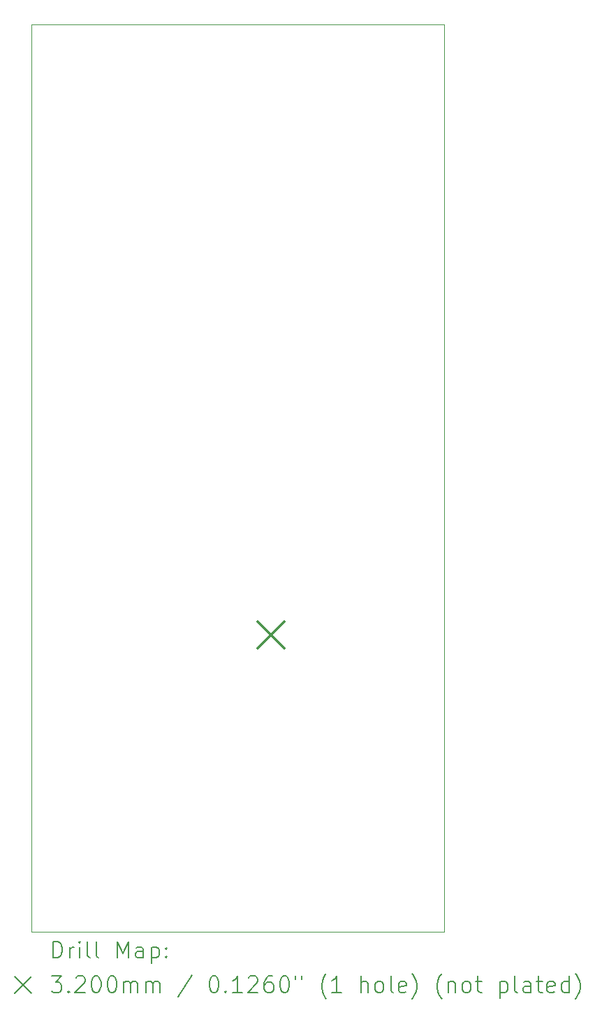
<source format=gbr>
%TF.GenerationSoftware,KiCad,Pcbnew,8.0.6-8.0.6-0~ubuntu22.04.1*%
%TF.CreationDate,2025-01-13T21:54:26+00:00*%
%TF.ProjectId,Basic_VCA,42617369-635f-4564-9341-2e6b69636164,rev?*%
%TF.SameCoordinates,Original*%
%TF.FileFunction,Drillmap*%
%TF.FilePolarity,Positive*%
%FSLAX45Y45*%
G04 Gerber Fmt 4.5, Leading zero omitted, Abs format (unit mm)*
G04 Created by KiCad (PCBNEW 8.0.6-8.0.6-0~ubuntu22.04.1) date 2025-01-13 21:54:26*
%MOMM*%
%LPD*%
G01*
G04 APERTURE LIST*
%ADD10C,0.050000*%
%ADD11C,0.200000*%
%ADD12C,0.320000*%
G04 APERTURE END LIST*
D10*
X5450000Y-3650000D02*
X10450000Y-3650000D01*
X5450000Y-3650000D02*
X5450000Y-14650000D01*
X5450000Y-14650000D02*
X10450000Y-14650000D01*
X10450000Y-3650000D02*
X10450000Y-14650000D01*
D11*
D12*
X8190000Y-10890000D02*
X8510000Y-11210000D01*
X8510000Y-10890000D02*
X8190000Y-11210000D01*
D11*
X5708277Y-14963984D02*
X5708277Y-14763984D01*
X5708277Y-14763984D02*
X5755896Y-14763984D01*
X5755896Y-14763984D02*
X5784467Y-14773508D01*
X5784467Y-14773508D02*
X5803515Y-14792555D01*
X5803515Y-14792555D02*
X5813039Y-14811603D01*
X5813039Y-14811603D02*
X5822562Y-14849698D01*
X5822562Y-14849698D02*
X5822562Y-14878269D01*
X5822562Y-14878269D02*
X5813039Y-14916365D01*
X5813039Y-14916365D02*
X5803515Y-14935412D01*
X5803515Y-14935412D02*
X5784467Y-14954460D01*
X5784467Y-14954460D02*
X5755896Y-14963984D01*
X5755896Y-14963984D02*
X5708277Y-14963984D01*
X5908277Y-14963984D02*
X5908277Y-14830650D01*
X5908277Y-14868746D02*
X5917801Y-14849698D01*
X5917801Y-14849698D02*
X5927324Y-14840174D01*
X5927324Y-14840174D02*
X5946372Y-14830650D01*
X5946372Y-14830650D02*
X5965420Y-14830650D01*
X6032086Y-14963984D02*
X6032086Y-14830650D01*
X6032086Y-14763984D02*
X6022562Y-14773508D01*
X6022562Y-14773508D02*
X6032086Y-14783031D01*
X6032086Y-14783031D02*
X6041610Y-14773508D01*
X6041610Y-14773508D02*
X6032086Y-14763984D01*
X6032086Y-14763984D02*
X6032086Y-14783031D01*
X6155896Y-14963984D02*
X6136848Y-14954460D01*
X6136848Y-14954460D02*
X6127324Y-14935412D01*
X6127324Y-14935412D02*
X6127324Y-14763984D01*
X6260658Y-14963984D02*
X6241610Y-14954460D01*
X6241610Y-14954460D02*
X6232086Y-14935412D01*
X6232086Y-14935412D02*
X6232086Y-14763984D01*
X6489229Y-14963984D02*
X6489229Y-14763984D01*
X6489229Y-14763984D02*
X6555896Y-14906841D01*
X6555896Y-14906841D02*
X6622562Y-14763984D01*
X6622562Y-14763984D02*
X6622562Y-14963984D01*
X6803515Y-14963984D02*
X6803515Y-14859222D01*
X6803515Y-14859222D02*
X6793991Y-14840174D01*
X6793991Y-14840174D02*
X6774943Y-14830650D01*
X6774943Y-14830650D02*
X6736848Y-14830650D01*
X6736848Y-14830650D02*
X6717801Y-14840174D01*
X6803515Y-14954460D02*
X6784467Y-14963984D01*
X6784467Y-14963984D02*
X6736848Y-14963984D01*
X6736848Y-14963984D02*
X6717801Y-14954460D01*
X6717801Y-14954460D02*
X6708277Y-14935412D01*
X6708277Y-14935412D02*
X6708277Y-14916365D01*
X6708277Y-14916365D02*
X6717801Y-14897317D01*
X6717801Y-14897317D02*
X6736848Y-14887793D01*
X6736848Y-14887793D02*
X6784467Y-14887793D01*
X6784467Y-14887793D02*
X6803515Y-14878269D01*
X6898753Y-14830650D02*
X6898753Y-15030650D01*
X6898753Y-14840174D02*
X6917801Y-14830650D01*
X6917801Y-14830650D02*
X6955896Y-14830650D01*
X6955896Y-14830650D02*
X6974943Y-14840174D01*
X6974943Y-14840174D02*
X6984467Y-14849698D01*
X6984467Y-14849698D02*
X6993991Y-14868746D01*
X6993991Y-14868746D02*
X6993991Y-14925888D01*
X6993991Y-14925888D02*
X6984467Y-14944936D01*
X6984467Y-14944936D02*
X6974943Y-14954460D01*
X6974943Y-14954460D02*
X6955896Y-14963984D01*
X6955896Y-14963984D02*
X6917801Y-14963984D01*
X6917801Y-14963984D02*
X6898753Y-14954460D01*
X7079705Y-14944936D02*
X7089229Y-14954460D01*
X7089229Y-14954460D02*
X7079705Y-14963984D01*
X7079705Y-14963984D02*
X7070182Y-14954460D01*
X7070182Y-14954460D02*
X7079705Y-14944936D01*
X7079705Y-14944936D02*
X7079705Y-14963984D01*
X7079705Y-14840174D02*
X7089229Y-14849698D01*
X7089229Y-14849698D02*
X7079705Y-14859222D01*
X7079705Y-14859222D02*
X7070182Y-14849698D01*
X7070182Y-14849698D02*
X7079705Y-14840174D01*
X7079705Y-14840174D02*
X7079705Y-14859222D01*
X5247500Y-15192500D02*
X5447500Y-15392500D01*
X5447500Y-15192500D02*
X5247500Y-15392500D01*
X5689229Y-15183984D02*
X5813039Y-15183984D01*
X5813039Y-15183984D02*
X5746372Y-15260174D01*
X5746372Y-15260174D02*
X5774943Y-15260174D01*
X5774943Y-15260174D02*
X5793991Y-15269698D01*
X5793991Y-15269698D02*
X5803515Y-15279222D01*
X5803515Y-15279222D02*
X5813039Y-15298269D01*
X5813039Y-15298269D02*
X5813039Y-15345888D01*
X5813039Y-15345888D02*
X5803515Y-15364936D01*
X5803515Y-15364936D02*
X5793991Y-15374460D01*
X5793991Y-15374460D02*
X5774943Y-15383984D01*
X5774943Y-15383984D02*
X5717801Y-15383984D01*
X5717801Y-15383984D02*
X5698753Y-15374460D01*
X5698753Y-15374460D02*
X5689229Y-15364936D01*
X5898753Y-15364936D02*
X5908277Y-15374460D01*
X5908277Y-15374460D02*
X5898753Y-15383984D01*
X5898753Y-15383984D02*
X5889229Y-15374460D01*
X5889229Y-15374460D02*
X5898753Y-15364936D01*
X5898753Y-15364936D02*
X5898753Y-15383984D01*
X5984467Y-15203031D02*
X5993991Y-15193508D01*
X5993991Y-15193508D02*
X6013039Y-15183984D01*
X6013039Y-15183984D02*
X6060658Y-15183984D01*
X6060658Y-15183984D02*
X6079705Y-15193508D01*
X6079705Y-15193508D02*
X6089229Y-15203031D01*
X6089229Y-15203031D02*
X6098753Y-15222079D01*
X6098753Y-15222079D02*
X6098753Y-15241127D01*
X6098753Y-15241127D02*
X6089229Y-15269698D01*
X6089229Y-15269698D02*
X5974943Y-15383984D01*
X5974943Y-15383984D02*
X6098753Y-15383984D01*
X6222562Y-15183984D02*
X6241610Y-15183984D01*
X6241610Y-15183984D02*
X6260658Y-15193508D01*
X6260658Y-15193508D02*
X6270182Y-15203031D01*
X6270182Y-15203031D02*
X6279705Y-15222079D01*
X6279705Y-15222079D02*
X6289229Y-15260174D01*
X6289229Y-15260174D02*
X6289229Y-15307793D01*
X6289229Y-15307793D02*
X6279705Y-15345888D01*
X6279705Y-15345888D02*
X6270182Y-15364936D01*
X6270182Y-15364936D02*
X6260658Y-15374460D01*
X6260658Y-15374460D02*
X6241610Y-15383984D01*
X6241610Y-15383984D02*
X6222562Y-15383984D01*
X6222562Y-15383984D02*
X6203515Y-15374460D01*
X6203515Y-15374460D02*
X6193991Y-15364936D01*
X6193991Y-15364936D02*
X6184467Y-15345888D01*
X6184467Y-15345888D02*
X6174943Y-15307793D01*
X6174943Y-15307793D02*
X6174943Y-15260174D01*
X6174943Y-15260174D02*
X6184467Y-15222079D01*
X6184467Y-15222079D02*
X6193991Y-15203031D01*
X6193991Y-15203031D02*
X6203515Y-15193508D01*
X6203515Y-15193508D02*
X6222562Y-15183984D01*
X6413039Y-15183984D02*
X6432086Y-15183984D01*
X6432086Y-15183984D02*
X6451134Y-15193508D01*
X6451134Y-15193508D02*
X6460658Y-15203031D01*
X6460658Y-15203031D02*
X6470182Y-15222079D01*
X6470182Y-15222079D02*
X6479705Y-15260174D01*
X6479705Y-15260174D02*
X6479705Y-15307793D01*
X6479705Y-15307793D02*
X6470182Y-15345888D01*
X6470182Y-15345888D02*
X6460658Y-15364936D01*
X6460658Y-15364936D02*
X6451134Y-15374460D01*
X6451134Y-15374460D02*
X6432086Y-15383984D01*
X6432086Y-15383984D02*
X6413039Y-15383984D01*
X6413039Y-15383984D02*
X6393991Y-15374460D01*
X6393991Y-15374460D02*
X6384467Y-15364936D01*
X6384467Y-15364936D02*
X6374943Y-15345888D01*
X6374943Y-15345888D02*
X6365420Y-15307793D01*
X6365420Y-15307793D02*
X6365420Y-15260174D01*
X6365420Y-15260174D02*
X6374943Y-15222079D01*
X6374943Y-15222079D02*
X6384467Y-15203031D01*
X6384467Y-15203031D02*
X6393991Y-15193508D01*
X6393991Y-15193508D02*
X6413039Y-15183984D01*
X6565420Y-15383984D02*
X6565420Y-15250650D01*
X6565420Y-15269698D02*
X6574943Y-15260174D01*
X6574943Y-15260174D02*
X6593991Y-15250650D01*
X6593991Y-15250650D02*
X6622563Y-15250650D01*
X6622563Y-15250650D02*
X6641610Y-15260174D01*
X6641610Y-15260174D02*
X6651134Y-15279222D01*
X6651134Y-15279222D02*
X6651134Y-15383984D01*
X6651134Y-15279222D02*
X6660658Y-15260174D01*
X6660658Y-15260174D02*
X6679705Y-15250650D01*
X6679705Y-15250650D02*
X6708277Y-15250650D01*
X6708277Y-15250650D02*
X6727324Y-15260174D01*
X6727324Y-15260174D02*
X6736848Y-15279222D01*
X6736848Y-15279222D02*
X6736848Y-15383984D01*
X6832086Y-15383984D02*
X6832086Y-15250650D01*
X6832086Y-15269698D02*
X6841610Y-15260174D01*
X6841610Y-15260174D02*
X6860658Y-15250650D01*
X6860658Y-15250650D02*
X6889229Y-15250650D01*
X6889229Y-15250650D02*
X6908277Y-15260174D01*
X6908277Y-15260174D02*
X6917801Y-15279222D01*
X6917801Y-15279222D02*
X6917801Y-15383984D01*
X6917801Y-15279222D02*
X6927324Y-15260174D01*
X6927324Y-15260174D02*
X6946372Y-15250650D01*
X6946372Y-15250650D02*
X6974943Y-15250650D01*
X6974943Y-15250650D02*
X6993991Y-15260174D01*
X6993991Y-15260174D02*
X7003515Y-15279222D01*
X7003515Y-15279222D02*
X7003515Y-15383984D01*
X7393991Y-15174460D02*
X7222563Y-15431603D01*
X7651134Y-15183984D02*
X7670182Y-15183984D01*
X7670182Y-15183984D02*
X7689229Y-15193508D01*
X7689229Y-15193508D02*
X7698753Y-15203031D01*
X7698753Y-15203031D02*
X7708277Y-15222079D01*
X7708277Y-15222079D02*
X7717801Y-15260174D01*
X7717801Y-15260174D02*
X7717801Y-15307793D01*
X7717801Y-15307793D02*
X7708277Y-15345888D01*
X7708277Y-15345888D02*
X7698753Y-15364936D01*
X7698753Y-15364936D02*
X7689229Y-15374460D01*
X7689229Y-15374460D02*
X7670182Y-15383984D01*
X7670182Y-15383984D02*
X7651134Y-15383984D01*
X7651134Y-15383984D02*
X7632086Y-15374460D01*
X7632086Y-15374460D02*
X7622563Y-15364936D01*
X7622563Y-15364936D02*
X7613039Y-15345888D01*
X7613039Y-15345888D02*
X7603515Y-15307793D01*
X7603515Y-15307793D02*
X7603515Y-15260174D01*
X7603515Y-15260174D02*
X7613039Y-15222079D01*
X7613039Y-15222079D02*
X7622563Y-15203031D01*
X7622563Y-15203031D02*
X7632086Y-15193508D01*
X7632086Y-15193508D02*
X7651134Y-15183984D01*
X7803515Y-15364936D02*
X7813039Y-15374460D01*
X7813039Y-15374460D02*
X7803515Y-15383984D01*
X7803515Y-15383984D02*
X7793991Y-15374460D01*
X7793991Y-15374460D02*
X7803515Y-15364936D01*
X7803515Y-15364936D02*
X7803515Y-15383984D01*
X8003515Y-15383984D02*
X7889229Y-15383984D01*
X7946372Y-15383984D02*
X7946372Y-15183984D01*
X7946372Y-15183984D02*
X7927325Y-15212555D01*
X7927325Y-15212555D02*
X7908277Y-15231603D01*
X7908277Y-15231603D02*
X7889229Y-15241127D01*
X8079706Y-15203031D02*
X8089229Y-15193508D01*
X8089229Y-15193508D02*
X8108277Y-15183984D01*
X8108277Y-15183984D02*
X8155896Y-15183984D01*
X8155896Y-15183984D02*
X8174944Y-15193508D01*
X8174944Y-15193508D02*
X8184467Y-15203031D01*
X8184467Y-15203031D02*
X8193991Y-15222079D01*
X8193991Y-15222079D02*
X8193991Y-15241127D01*
X8193991Y-15241127D02*
X8184467Y-15269698D01*
X8184467Y-15269698D02*
X8070182Y-15383984D01*
X8070182Y-15383984D02*
X8193991Y-15383984D01*
X8365420Y-15183984D02*
X8327325Y-15183984D01*
X8327325Y-15183984D02*
X8308277Y-15193508D01*
X8308277Y-15193508D02*
X8298753Y-15203031D01*
X8298753Y-15203031D02*
X8279706Y-15231603D01*
X8279706Y-15231603D02*
X8270182Y-15269698D01*
X8270182Y-15269698D02*
X8270182Y-15345888D01*
X8270182Y-15345888D02*
X8279706Y-15364936D01*
X8279706Y-15364936D02*
X8289229Y-15374460D01*
X8289229Y-15374460D02*
X8308277Y-15383984D01*
X8308277Y-15383984D02*
X8346372Y-15383984D01*
X8346372Y-15383984D02*
X8365420Y-15374460D01*
X8365420Y-15374460D02*
X8374944Y-15364936D01*
X8374944Y-15364936D02*
X8384467Y-15345888D01*
X8384467Y-15345888D02*
X8384467Y-15298269D01*
X8384467Y-15298269D02*
X8374944Y-15279222D01*
X8374944Y-15279222D02*
X8365420Y-15269698D01*
X8365420Y-15269698D02*
X8346372Y-15260174D01*
X8346372Y-15260174D02*
X8308277Y-15260174D01*
X8308277Y-15260174D02*
X8289229Y-15269698D01*
X8289229Y-15269698D02*
X8279706Y-15279222D01*
X8279706Y-15279222D02*
X8270182Y-15298269D01*
X8508277Y-15183984D02*
X8527325Y-15183984D01*
X8527325Y-15183984D02*
X8546372Y-15193508D01*
X8546372Y-15193508D02*
X8555896Y-15203031D01*
X8555896Y-15203031D02*
X8565420Y-15222079D01*
X8565420Y-15222079D02*
X8574944Y-15260174D01*
X8574944Y-15260174D02*
X8574944Y-15307793D01*
X8574944Y-15307793D02*
X8565420Y-15345888D01*
X8565420Y-15345888D02*
X8555896Y-15364936D01*
X8555896Y-15364936D02*
X8546372Y-15374460D01*
X8546372Y-15374460D02*
X8527325Y-15383984D01*
X8527325Y-15383984D02*
X8508277Y-15383984D01*
X8508277Y-15383984D02*
X8489229Y-15374460D01*
X8489229Y-15374460D02*
X8479706Y-15364936D01*
X8479706Y-15364936D02*
X8470182Y-15345888D01*
X8470182Y-15345888D02*
X8460658Y-15307793D01*
X8460658Y-15307793D02*
X8460658Y-15260174D01*
X8460658Y-15260174D02*
X8470182Y-15222079D01*
X8470182Y-15222079D02*
X8479706Y-15203031D01*
X8479706Y-15203031D02*
X8489229Y-15193508D01*
X8489229Y-15193508D02*
X8508277Y-15183984D01*
X8651134Y-15183984D02*
X8651134Y-15222079D01*
X8727325Y-15183984D02*
X8727325Y-15222079D01*
X9022563Y-15460174D02*
X9013039Y-15450650D01*
X9013039Y-15450650D02*
X8993991Y-15422079D01*
X8993991Y-15422079D02*
X8984468Y-15403031D01*
X8984468Y-15403031D02*
X8974944Y-15374460D01*
X8974944Y-15374460D02*
X8965420Y-15326841D01*
X8965420Y-15326841D02*
X8965420Y-15288746D01*
X8965420Y-15288746D02*
X8974944Y-15241127D01*
X8974944Y-15241127D02*
X8984468Y-15212555D01*
X8984468Y-15212555D02*
X8993991Y-15193508D01*
X8993991Y-15193508D02*
X9013039Y-15164936D01*
X9013039Y-15164936D02*
X9022563Y-15155412D01*
X9203515Y-15383984D02*
X9089230Y-15383984D01*
X9146372Y-15383984D02*
X9146372Y-15183984D01*
X9146372Y-15183984D02*
X9127325Y-15212555D01*
X9127325Y-15212555D02*
X9108277Y-15231603D01*
X9108277Y-15231603D02*
X9089230Y-15241127D01*
X9441611Y-15383984D02*
X9441611Y-15183984D01*
X9527325Y-15383984D02*
X9527325Y-15279222D01*
X9527325Y-15279222D02*
X9517801Y-15260174D01*
X9517801Y-15260174D02*
X9498753Y-15250650D01*
X9498753Y-15250650D02*
X9470182Y-15250650D01*
X9470182Y-15250650D02*
X9451134Y-15260174D01*
X9451134Y-15260174D02*
X9441611Y-15269698D01*
X9651134Y-15383984D02*
X9632087Y-15374460D01*
X9632087Y-15374460D02*
X9622563Y-15364936D01*
X9622563Y-15364936D02*
X9613039Y-15345888D01*
X9613039Y-15345888D02*
X9613039Y-15288746D01*
X9613039Y-15288746D02*
X9622563Y-15269698D01*
X9622563Y-15269698D02*
X9632087Y-15260174D01*
X9632087Y-15260174D02*
X9651134Y-15250650D01*
X9651134Y-15250650D02*
X9679706Y-15250650D01*
X9679706Y-15250650D02*
X9698753Y-15260174D01*
X9698753Y-15260174D02*
X9708277Y-15269698D01*
X9708277Y-15269698D02*
X9717801Y-15288746D01*
X9717801Y-15288746D02*
X9717801Y-15345888D01*
X9717801Y-15345888D02*
X9708277Y-15364936D01*
X9708277Y-15364936D02*
X9698753Y-15374460D01*
X9698753Y-15374460D02*
X9679706Y-15383984D01*
X9679706Y-15383984D02*
X9651134Y-15383984D01*
X9832087Y-15383984D02*
X9813039Y-15374460D01*
X9813039Y-15374460D02*
X9803515Y-15355412D01*
X9803515Y-15355412D02*
X9803515Y-15183984D01*
X9984468Y-15374460D02*
X9965420Y-15383984D01*
X9965420Y-15383984D02*
X9927325Y-15383984D01*
X9927325Y-15383984D02*
X9908277Y-15374460D01*
X9908277Y-15374460D02*
X9898753Y-15355412D01*
X9898753Y-15355412D02*
X9898753Y-15279222D01*
X9898753Y-15279222D02*
X9908277Y-15260174D01*
X9908277Y-15260174D02*
X9927325Y-15250650D01*
X9927325Y-15250650D02*
X9965420Y-15250650D01*
X9965420Y-15250650D02*
X9984468Y-15260174D01*
X9984468Y-15260174D02*
X9993992Y-15279222D01*
X9993992Y-15279222D02*
X9993992Y-15298269D01*
X9993992Y-15298269D02*
X9898753Y-15317317D01*
X10060658Y-15460174D02*
X10070182Y-15450650D01*
X10070182Y-15450650D02*
X10089230Y-15422079D01*
X10089230Y-15422079D02*
X10098753Y-15403031D01*
X10098753Y-15403031D02*
X10108277Y-15374460D01*
X10108277Y-15374460D02*
X10117801Y-15326841D01*
X10117801Y-15326841D02*
X10117801Y-15288746D01*
X10117801Y-15288746D02*
X10108277Y-15241127D01*
X10108277Y-15241127D02*
X10098753Y-15212555D01*
X10098753Y-15212555D02*
X10089230Y-15193508D01*
X10089230Y-15193508D02*
X10070182Y-15164936D01*
X10070182Y-15164936D02*
X10060658Y-15155412D01*
X10422563Y-15460174D02*
X10413039Y-15450650D01*
X10413039Y-15450650D02*
X10393992Y-15422079D01*
X10393992Y-15422079D02*
X10384468Y-15403031D01*
X10384468Y-15403031D02*
X10374944Y-15374460D01*
X10374944Y-15374460D02*
X10365420Y-15326841D01*
X10365420Y-15326841D02*
X10365420Y-15288746D01*
X10365420Y-15288746D02*
X10374944Y-15241127D01*
X10374944Y-15241127D02*
X10384468Y-15212555D01*
X10384468Y-15212555D02*
X10393992Y-15193508D01*
X10393992Y-15193508D02*
X10413039Y-15164936D01*
X10413039Y-15164936D02*
X10422563Y-15155412D01*
X10498753Y-15250650D02*
X10498753Y-15383984D01*
X10498753Y-15269698D02*
X10508277Y-15260174D01*
X10508277Y-15260174D02*
X10527325Y-15250650D01*
X10527325Y-15250650D02*
X10555896Y-15250650D01*
X10555896Y-15250650D02*
X10574944Y-15260174D01*
X10574944Y-15260174D02*
X10584468Y-15279222D01*
X10584468Y-15279222D02*
X10584468Y-15383984D01*
X10708277Y-15383984D02*
X10689230Y-15374460D01*
X10689230Y-15374460D02*
X10679706Y-15364936D01*
X10679706Y-15364936D02*
X10670182Y-15345888D01*
X10670182Y-15345888D02*
X10670182Y-15288746D01*
X10670182Y-15288746D02*
X10679706Y-15269698D01*
X10679706Y-15269698D02*
X10689230Y-15260174D01*
X10689230Y-15260174D02*
X10708277Y-15250650D01*
X10708277Y-15250650D02*
X10736849Y-15250650D01*
X10736849Y-15250650D02*
X10755896Y-15260174D01*
X10755896Y-15260174D02*
X10765420Y-15269698D01*
X10765420Y-15269698D02*
X10774944Y-15288746D01*
X10774944Y-15288746D02*
X10774944Y-15345888D01*
X10774944Y-15345888D02*
X10765420Y-15364936D01*
X10765420Y-15364936D02*
X10755896Y-15374460D01*
X10755896Y-15374460D02*
X10736849Y-15383984D01*
X10736849Y-15383984D02*
X10708277Y-15383984D01*
X10832087Y-15250650D02*
X10908277Y-15250650D01*
X10860658Y-15183984D02*
X10860658Y-15355412D01*
X10860658Y-15355412D02*
X10870182Y-15374460D01*
X10870182Y-15374460D02*
X10889230Y-15383984D01*
X10889230Y-15383984D02*
X10908277Y-15383984D01*
X11127325Y-15250650D02*
X11127325Y-15450650D01*
X11127325Y-15260174D02*
X11146373Y-15250650D01*
X11146373Y-15250650D02*
X11184468Y-15250650D01*
X11184468Y-15250650D02*
X11203515Y-15260174D01*
X11203515Y-15260174D02*
X11213039Y-15269698D01*
X11213039Y-15269698D02*
X11222563Y-15288746D01*
X11222563Y-15288746D02*
X11222563Y-15345888D01*
X11222563Y-15345888D02*
X11213039Y-15364936D01*
X11213039Y-15364936D02*
X11203515Y-15374460D01*
X11203515Y-15374460D02*
X11184468Y-15383984D01*
X11184468Y-15383984D02*
X11146373Y-15383984D01*
X11146373Y-15383984D02*
X11127325Y-15374460D01*
X11336849Y-15383984D02*
X11317801Y-15374460D01*
X11317801Y-15374460D02*
X11308277Y-15355412D01*
X11308277Y-15355412D02*
X11308277Y-15183984D01*
X11498753Y-15383984D02*
X11498753Y-15279222D01*
X11498753Y-15279222D02*
X11489230Y-15260174D01*
X11489230Y-15260174D02*
X11470182Y-15250650D01*
X11470182Y-15250650D02*
X11432087Y-15250650D01*
X11432087Y-15250650D02*
X11413039Y-15260174D01*
X11498753Y-15374460D02*
X11479706Y-15383984D01*
X11479706Y-15383984D02*
X11432087Y-15383984D01*
X11432087Y-15383984D02*
X11413039Y-15374460D01*
X11413039Y-15374460D02*
X11403515Y-15355412D01*
X11403515Y-15355412D02*
X11403515Y-15336365D01*
X11403515Y-15336365D02*
X11413039Y-15317317D01*
X11413039Y-15317317D02*
X11432087Y-15307793D01*
X11432087Y-15307793D02*
X11479706Y-15307793D01*
X11479706Y-15307793D02*
X11498753Y-15298269D01*
X11565420Y-15250650D02*
X11641611Y-15250650D01*
X11593992Y-15183984D02*
X11593992Y-15355412D01*
X11593992Y-15355412D02*
X11603515Y-15374460D01*
X11603515Y-15374460D02*
X11622563Y-15383984D01*
X11622563Y-15383984D02*
X11641611Y-15383984D01*
X11784468Y-15374460D02*
X11765420Y-15383984D01*
X11765420Y-15383984D02*
X11727325Y-15383984D01*
X11727325Y-15383984D02*
X11708277Y-15374460D01*
X11708277Y-15374460D02*
X11698753Y-15355412D01*
X11698753Y-15355412D02*
X11698753Y-15279222D01*
X11698753Y-15279222D02*
X11708277Y-15260174D01*
X11708277Y-15260174D02*
X11727325Y-15250650D01*
X11727325Y-15250650D02*
X11765420Y-15250650D01*
X11765420Y-15250650D02*
X11784468Y-15260174D01*
X11784468Y-15260174D02*
X11793992Y-15279222D01*
X11793992Y-15279222D02*
X11793992Y-15298269D01*
X11793992Y-15298269D02*
X11698753Y-15317317D01*
X11965420Y-15383984D02*
X11965420Y-15183984D01*
X11965420Y-15374460D02*
X11946373Y-15383984D01*
X11946373Y-15383984D02*
X11908277Y-15383984D01*
X11908277Y-15383984D02*
X11889230Y-15374460D01*
X11889230Y-15374460D02*
X11879706Y-15364936D01*
X11879706Y-15364936D02*
X11870182Y-15345888D01*
X11870182Y-15345888D02*
X11870182Y-15288746D01*
X11870182Y-15288746D02*
X11879706Y-15269698D01*
X11879706Y-15269698D02*
X11889230Y-15260174D01*
X11889230Y-15260174D02*
X11908277Y-15250650D01*
X11908277Y-15250650D02*
X11946373Y-15250650D01*
X11946373Y-15250650D02*
X11965420Y-15260174D01*
X12041611Y-15460174D02*
X12051134Y-15450650D01*
X12051134Y-15450650D02*
X12070182Y-15422079D01*
X12070182Y-15422079D02*
X12079706Y-15403031D01*
X12079706Y-15403031D02*
X12089230Y-15374460D01*
X12089230Y-15374460D02*
X12098753Y-15326841D01*
X12098753Y-15326841D02*
X12098753Y-15288746D01*
X12098753Y-15288746D02*
X12089230Y-15241127D01*
X12089230Y-15241127D02*
X12079706Y-15212555D01*
X12079706Y-15212555D02*
X12070182Y-15193508D01*
X12070182Y-15193508D02*
X12051134Y-15164936D01*
X12051134Y-15164936D02*
X12041611Y-15155412D01*
M02*

</source>
